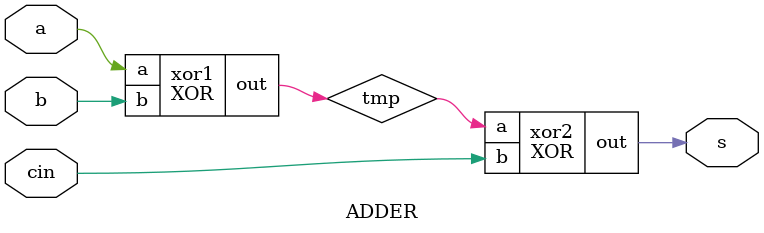
<source format=v>
`timescale 1ns/1ps

module Multiplier_4bit(a, b, p);
input [4-1:0] a, b;
output [8-1:0] p;

wire [8-1:0] foo, stage1, stage2, stage3, stage4, sum1, sum2;
wire c1, c2;

// stage 1
AND and1(stage1[0], a[0], b[0]);
AND and2(stage1[1], a[1], b[0]);
AND and3(stage1[2], a[2], b[0]);
AND and4(stage1[3], a[3], b[0]);
AND and5(stage1[4], 1'b0, 1'b0);
AND and6(stage1[5], 1'b0, 1'b0);
AND and7(stage1[6], 1'b0, 1'b0);
AND and8(stage1[7], 1'b0, 1'b0);

// stage 2
AND and9(stage2[0], 1'b0, 1'b0);
AND and10(stage2[1], a[0], b[1]);
AND and11(stage2[2], a[1], b[1]);
AND and12(stage2[3], a[2], b[1]);
AND and13(stage2[4], a[3], b[1]);
AND and14(stage2[5], 1'b0, 1'b0);
AND and15(stage2[6], 1'b0, 1'b0);
AND and16(stage2[7], 1'b0, 1'b0);

// sum1
Carry_Look_Ahead_Adder_8bit adder1(
    .a(stage1),
    .b(stage2),
    .c0(1'b0),
    .s(sum1),
    .c8(c1)
);

// stage 3
AND and17(stage3[0], 1'b0, 1'b0);
AND and18(stage3[1], 1'b0, 1'b0);
AND and19(stage3[2], a[0], b[2]);
AND and20(stage3[3], a[1], b[2]);
AND and21(stage3[4], a[2], b[2]);
AND and22(stage3[5], a[3], b[2]);
AND and23(stage3[6], 1'b0, 1'b0);
AND and24(stage3[7], 1'b0, 1'b0);

// sum2
Carry_Look_Ahead_Adder_8bit adder2(
    .a(sum1),
    .b(stage3),
    .c0(c1),
    .s(sum2),
    .c8(c2)
);

// stage 4
AND and25(stage4[0], 1'b0, 1'b0);
AND and26(stage4[1], 1'b0, 1'b0);
AND and27(stage4[2], 1'b0, 1'b0);
AND and28(stage4[3], a[0], b[3]);
AND and29(stage4[4], a[1], b[3]);
AND and30(stage4[5], a[2], b[3]);
AND and31(stage4[6], a[3], b[3]);
AND and32(stage4[7], 1'b0, 1'b0);

// 
Carry_Look_Ahead_Adder_8bit adder3(
    .a(sum2),
    .b(stage4),
    .c0(c2),
    .s(p),
    .c8(c3)
);
endmodule

module NAND(out, a, b);
    input a, b;
    output out;
    nand nand1(out, a, b);
endmodule

module AND(out, a, b);
input a, b;
output out;
wire nand_out1, nand_out2;

NAND nand1(nand_out1, a, b);
NAND nand2(nand_out2, a, b);
NAND nand3(out, nand_out1, nand_out2);
endmodule

module OR(out, a, b);
input a, b;
output out;

wire a1, a2;
wire b1, b2;


wire nandout1, nandout2;
NAND nand1(nandout1, a, a);
NAND nand2(nandout2, b, b);
NAND nand3(out, nandout1, nandout2);

endmodule

module NOT(out, a);
input a;
output out;

NAND nand1(out, a, a);
endmodule

module NOR(out, a, b);
input a, b;
output out;

wire orout;
OR or1(orout, a, b);
NOT not1(out, orout);

endmodule

module XOR(out, a, b); // a_b or _ab
input a, b;
output out;

wire _a, _b, a_b, _ab;
NOT not1(_a, a);
NOT not2(_b, b);
AND and1(a_b, a, _b);
AND and2(_ab, _a, b);
OR or1(out, a_b, _ab);
endmodule

module XNOR(out, a, b); 
input a, b;
output out;

wire xorout;
XOR xor1(xorout, a, b);
NOT not1(out, xorout);
endmodule

module Carry_Look_Ahead_Adder_8bit(a, b, c0, s, c8);
input [8-1:0] a, b;
input c0;
output[8-1:0] s;
output c8;

wire [3-1:0] c13, c57;
wire [8-1:0] c;
wire c4;



wire [4-1:0] a1, a2, b1, b2;
AND and1(a1[0], a[0], 1'b1);
AND and2(a1[1], a[1], 1'b1);
AND and3(a1[2], a[2], 1'b1);
AND and4(a1[3], a[3], 1'b1);
AND and5(a2[0], a[4], 1'b1);
AND and6(a2[1], a[5], 1'b1);
AND and7(a2[2], a[6], 1'b1);
AND and8(a2[3], a[7], 1'b1);

AND and9(b1[0], b[0], 1'b1);
AND and10(b1[1], b[1], 1'b1);
AND and11(b1[2], b[2], 1'b1);
AND and12(b1[3], b[3], 1'b1);
AND and13(b2[0], b[4], 1'b1);
AND and14(b2[1], b[5], 1'b1);
AND and15(b2[2], b[6], 1'b1);
AND and16(b2[3], b[7], 1'b1);



wire [4-1:0] p1, p2, g1, g2;
PGGenerator_4bit PG1(
    .a(a1),
    .b(b1),
    .p(p1),
    .g(g1)
);

PGGenerator_4bit PG2(
    .a(a2),
    .b(b2),
    .p(p2),
    .g(g2)
);



Carry_Look_Ahead_Adder_2bit CLA1(
    .c0(c0),
    .g1(g1),
    .p1(p1),
    .g2(g2),
    .p2(p2),
    .c4(c4),
    .c8(c8)
);


// cal c
Carry_Look_Ahead_Generator_4bit RCA1(
    .p(p1),
    .g(g1),
    .cin(c0),
    .c(c13)
);

Carry_Look_Ahead_Generator_4bit RCA2(
    .p(p2),
    .g(g2),
    .cin(c4),
    .c(c57)
);



// debug

// assign s[0] = a[1];
// cal s
// assign s[4] = 1'b0;
// assign s[5] = 1'b0;
// assign s[6] = 1'b0;
// assign s[7] = 1'b0;
ADDER ADD1(a[0], b[0], c0, s[0]);
ADDER ADD2(a[1], b[1], c13[0], s[1]);
ADDER ADD3(a[2], b[2], c13[1], s[2]);
ADDER ADD4(a[3], b[3], c13[2], s[3]);
ADDER ADD5(a[4], b[4], c4, s[4]);
ADDER ADD6(a[5], b[5], c57[0], s[5]);
ADDER ADD7(a[6], b[6], c57[1], s[6]);
ADDER ADD8(a[7], b[7], c57[2], s[7]); // have problem
endmodule

module PGGenerator_4bit(a, b, p, g);
    input [4-1:0] a, b;
    output [4-1:0] g, p;

    AND and1(g[0], a[0], b[0]);
    AND and2(g[1], a[1], b[1]);
    AND and3(g[2], a[2], b[2]);
    AND and4(g[3], a[3], b[3]);

    XOR xor1(p[0], a[0], b[0]);
    XOR xor2(p[1], a[1], b[1]);
    XOR xor3(p[2], a[2], b[2]);
    XOR xor4(p[3], a[3], b[3]);
endmodule

module Carry_Look_Ahead_Generator_4bit(p, g, cin, c);
    input [4-1:0] p, g;
    input cin;

    output [3-1:0] c;

    // c[0]
    wire P0C0;
    AND p0c0(P0C0, p[0], cin);
    OR or1(c[0], g[0], P0C0);

    // c[1]
    wire P1P0;
    wire c1comp1, c1comp2;
    wire P1G0;
    AND p1p0(P1P0, p[1], p[0]);
    AND p1p0c0(c1comp2, P1P0, cin);
    AND p1g0(P1G0, p[1], g[0]);
    OR or2(c1comp1, g[1], P1G0);
    OR or3(c[1], c1comp1, c1comp2);

    // c[2]
    wire P2G1; // also c2comp1
    AND p2g1(P2G1, p[2], g[1]);
    wire c2comp2, P0G0;
    AND p0g0(P1G0, p[1], g[0]);
    AND p2p1p0(c2comp2, p[2], P1G0);
    wire P2P1;
    AND p2p1(P2P1, p[2], p[1]);
    wire c2comp3;
    AND p2p1p0c0(c2comp3, P2P1, P0C0);
    wire gc2comp1;
    OR or4(gc2comp1, g[2], P2G1);
    wire c2comp23;
    OR or5(c2comp23, c2comp2, c2comp3);
    OR or6(c[2], gc2comp1, c2comp23);
endmodule

module Carry_Look_Ahead_Adder_2bit(c0, g1, p1, g2, p2, c4, c8);
    input c0;
    input [3:0] g1, p1, g2, p2;
    output c4, c8;

    wire gp1, gp2, gg1, gg2;
    wire P01, P23;
    AND and1(P01, p1[0], p1[1]);
    AND and2(P23, p1[2], p1[3]);
    AND and3(gp1, P01, P23);

    wire P45, P67;
    AND and4(P45, p2[0], p2[1]);
    AND and5(P67, p2[2], p2[3]);
    AND and6(gp2, P45, P67);

    wire G2P3, G1P3P2, P3P2, G0P3P2P1, G0P3, P2P1;
    AND and7(G2P3, g1[2], p1[3]);
    AND and8(P3P2, p1[3], p1[2]);
    AND and9(G1P3P2, g1[1], P3P2);
    AND and10(G0P3, g1[0], p1[3]);
    AND and11(P2P1, p1[2], p1[1]);
    AND and12(G0P3P2P1, G0P3, P2P1);
    wire comp12, comp34;
    OR or1(comp12, g1[3], G2P3);
    OR or2(comp34, G1P3P2, G0P3P2P1);
    OR or3(gg1, comp12, comp34);

    wire G6P7, G5P7P6, P7P6, G4P7P6P5, G4P7, P6P5;
    AND and13(G6P7, g2[2], p2[3]);
    AND and14(P7P6, p2[3], p2[2]);
    AND and15(G5P7P6, g2[1], P7P6);
    AND and16(G4P7, g2[0], p2[3]);
    AND and17(P6P5, p2[2], p2[1]);
    AND and18(G4P7P6P5, G4P7, P6P5);
    wire comp56, comp67;
    OR or4(comp56, g2[3], G6P7);
    OR or5(comp67, G5P7P6, G4P7P6P5);
    OR or6(gg2, comp56, comp67);

    wire tmp1, tmp2;
    AND and19(tmp1, gp1, c0);
    OR or7(c4, tmp1, gg1);
    AND and20(tmp2, gp2, c4);
    OR or8(c8, tmp2, gg2);
endmodule

module ADDER(a, b, cin, s);
input a, b;
input cin;
output s;

wire tmp;
XOR xor1(tmp, a, b);
XOR xor2(s, tmp, cin);
endmodule


</source>
